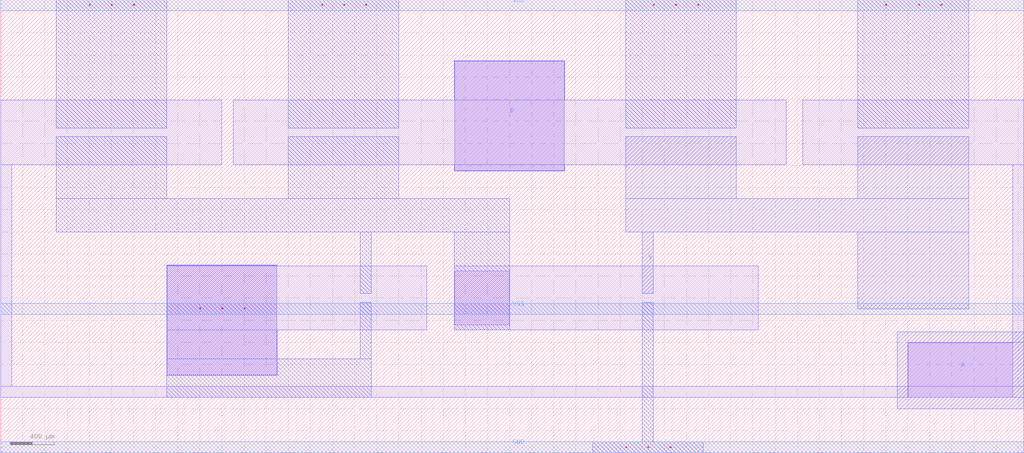
<source format=lef>
VERSION 5.5 ;
NAMESCASESENSITIVE ON ;
BUSBITCHARS "_<>" ;
DIVIDERCHAR "/" ;

MACRO NAND2X1
  CLASS CORE ;
  SOURCE USER ;
  FOREIGN NAND2X1 0 0 ;
  ORIGIN 0 0 ;
  SIZE 9250 BY 4100 ;
  SYMMETRY X Y R90 ;
  SITE unit ;

  PIN A
    DIRECTION INPUT ;
    USE SIGNAL ;
    PORT
      LAYER CO ;
        RECT 8205 500 9150 995 ;
    END
    PORT
      LAYER M1 ;
        RECT 8105 400 9250 1095 ;
    END
  END A

  PIN B
    DIRECTION INPUT ;
    USE SIGNAL ;
    PORT
      LAYER CO ;
        RECT 4105 2555 5095 3545 ;
    END
    PORT
      LAYER M1 ;
        RECT 4105 2555 5095 3545 ;
    END
  END B

  PIN Y
    DIRECTION OUTPUT ;
    USE SIGNAL ;
    PORT
      LAYER M1 ;
        RECT 7750 1300 8750 2000 ;
        RECT 7750 2300 8750 2860 ;
        RECT 5650 2300 6650 2860 ;
        RECT 5650 2000 8750 2300 ;
        RECT 5800 1440 5900 2000 ;
    END
  END Y

  PIN VDD
    DIRECTION INOUT ;
    USE POWER ;
    PORT
      LAYER M2 ;
        RECT 0 4000 9250 4100 ;
    END
  END VDD

  PIN GND
    DIRECTION INOUT ;
    USE GROUND ;
    PORT
      LAYER M2 ;
        RECT 0 0 9250 100 ;
    END
  END GND

  PIN VSS
    DIRECTION INOUT ;
    USE POWER ;
    PORT
      LAYER M2 ;
        RECT 0 1250 9250 1350 ;
    END
  END VSS

  OBS
    LAYER M1 ;
      RECT 500 2300 1500 2860 ;
      RECT 500 2000 4600 2300 ;
      RECT 2600 2300 3600 2860 ;
      RECT 4100 1110 4600 2000 ;
      RECT 3250 1440 3350 2000 ;
      RECT 1500 500 3350 850 ;
        RECT 1505 850 2495 1695 ;
        RECT 3250 850 3350 1360 ;
        RECT 500 2940 1500 4100 ;
        RECT 2600 2940 3600 4100 ;
        RECT 5650 2940 6650 4100 ;
        RECT 7750 2940 8750 4100 ;
        RECT 5350 0 6350 100 ;
        RECT 5800 100 5900 1360 ;
    LAYER GA ;
      RECT 4100 1110 6850 1690 ;
      RECT 1500 1690 2500 1700 ;
      RECT 1500 1110 3850 1690 ;
      RECT 1500 700 2500 1110 ;
      RECT 7250 2610 9250 3190 ;
      RECT 9150 1000 9250 2610 ;
      RECT 8200 500 9250 1000 ;
      RECT 0 600 100 2610 ;
      RECT 0 2610 2000 3190 ;
      RECT 0 500 9250 600 ;
      RECT 2100 2610 7100 3190 ;
      RECT 4100 3190 5100 3550 ;
      RECT 4100 2550 5100 2610 ;
    LAYER CO ;
        RECT 1505 705 2495 1695 ;
      RECT 4105 1155 4595 1645 ;
    LAYER Via ;
        RECT 1800 1300 1810 1310 ;
        RECT 2000 1300 2010 1310 ;
        RECT 2200 1300 2210 1310 ;
        RECT 800 4050 810 4060 ;
        RECT 1000 4050 1010 4060 ;
        RECT 1200 4050 1210 4060 ;
        RECT 2900 4050 2910 4060 ;
        RECT 3100 4050 3110 4060 ;
        RECT 3300 4050 3310 4060 ;
        RECT 5900 4050 5910 4060 ;
        RECT 6100 4050 6110 4060 ;
        RECT 6300 4050 6310 4060 ;
        RECT 8000 4050 8010 4060 ;
        RECT 8300 4050 8310 4060 ;
        RECT 8500 4050 8510 4060 ;
        RECT 5650 45 5660 55 ;
        RECT 5850 45 5860 55 ;
        RECT 6050 45 6060 55 ;
  END
END NAND2X1

MACRO NOR2X1
  CLASS CORE ;
  SOURCE USER ;
  FOREIGN NOR2X1 0 0 ;
  ORIGIN 0 0 ;
  SIZE 9250 BY 4100 ;
  SYMMETRY X Y R90 ;
  SITE unit ;

  PIN A
    DIRECTION INPUT ;
    USE SIGNAL ;
    PORT
      LAYER CO ;
        RECT 8205 500 9150 995 ;
    END
    PORT
      LAYER M1 ;
        RECT 8105 400 9250 1095 ;
    END
  END A

  PIN B
    DIRECTION INPUT ;
    USE SIGNAL ;
    PORT
      LAYER CO ;
        RECT 4105 2555 5095 3545 ;
    END
    PORT
      LAYER M1 ;
        RECT 4105 2555 5095 3545 ;
    END
  END B

  PIN Y
    DIRECTION OUTPUT ;
    USE SIGNAL ;
    PORT
      LAYER M1 ;
        RECT 7750 1300 8750 2000 ;
        RECT 7750 2300 8750 2860 ;
        RECT 5650 2300 6650 2860 ;
        RECT 5650 2000 8750 2300 ;
        RECT 5800 1440 5900 2000 ;
    END
  END Y

  PIN VDD
    DIRECTION INOUT ;
    USE POWER ;
    PORT
      LAYER M2 ;
        RECT 0 4000 9250 4100 ;
    END
  END VDD

  PIN GND
    DIRECTION INOUT ;
    USE GROUND ;
    PORT
      LAYER M2 ;
        RECT 0 0 9250 100 ;
    END
  END GND

  PIN VSS
    DIRECTION INOUT ;
    USE POWER ;
    PORT
      LAYER M2 ;
        RECT 0 1250 9250 1350 ;
    END
  END VSS

  OBS
    LAYER M1 ;
      RECT 500 2300 1500 2860 ;
      RECT 500 2000 4600 2300 ;
      RECT 2600 2300 3600 2860 ;
      RECT 4100 1110 4600 2000 ;
      RECT 3250 1440 3350 2000 ;
      RECT 1500 500 3350 850 ;
        RECT 1505 850 2495 1695 ;
        RECT 3250 850 3350 1360 ;
      RECT 500 2940 1500 4100 ;
        RECT 2600 2940 3600 4100 ;
        RECT 5650 2940 6650 4100 ;
        RECT 7750 2940 8750 4100 ;
        RECT 5350 0 6350 100 ;
        RECT 5800 100 5900 1360 ;
    LAYER GA ;
      RECT 4100 1110 6850 1690 ;
      RECT 1500 1690 2500 1700 ;
      RECT 1500 1110 3850 1690 ;
      RECT 1500 700 2500 1110 ;
      RECT 7250 2610 9250 3190 ;
      RECT 9150 1000 9250 2610 ;
      RECT 8200 500 9250 1000 ;
      RECT 0 600 100 2610 ;
      RECT 0 2610 2000 3190 ;
      RECT 0 500 9250 600 ;
      RECT 2100 2610 7100 3190 ;
      RECT 4100 3190 5100 3550 ;
      RECT 4100 2550 5100 2610 ;
    LAYER CO ;
      RECT 1505 705 2495 1695 ;
      RECT 4105 1155 4595 1645 ;
    LAYER Via ;
        RECT 1800 1300 1810 1310 ;
        RECT 2000 1300 2010 1310 ;
        RECT 2200 1300 2210 1310 ;
        RECT 800 4050 810 4060 ;
        RECT 1000 4050 1010 4060 ;
        RECT 1200 4050 1210 4060 ;
        RECT 2900 4050 2910 4060 ;
        RECT 3100 4050 3110 4060 ;
        RECT 3300 4050 3310 4060 ;
        RECT 5900 4050 5910 4060 ;
        RECT 6100 4050 6110 4060 ;
        RECT 6300 4050 6310 4060 ;
        RECT 8000 4050 8010 4060 ;
        RECT 8300 4050 8310 4060 ;
        RECT 8500 4050 8510 4060 ;
        RECT 5650 45 5660 55 ;
        RECT 5850 45 5860 55 ;
        RECT 6050 45 6060 55 ;

  END
END NOR2X1

MACRO INVX1
  CLASS CORE ;
  SOURCE USER ;
  FOREIGN INVX1 0 0 N ;
  ORIGIN 0 0 ;
  SIZE 5250 BY 4100 ;
  SYMMETRY X Y R90 ;
  SITE unit ;

  PIN A
    DIRECTION INPUT ;
    USE SIGNAL ;
    PORT
      LAYER CO ;
        RECT 300 2870 1100 3670 ;
    END
    PORT
      LAYER M1 ;
        RECT 200 2770 1200 3770 ;
    END
  END A

  PIN Y
    DIRECTION OUTPUT ;
    USE SIGNAL ;
    PORT
      LAYER M1 ;
        RECT 2950 1300 4050 1820 ;
        RECT 3650 1820 5200 2200 ;
        RECT 3650 2200 4650 2720 ;
    END
  END Y

  PIN VDD
    DIRECTION INOUT ;
    USE POWER ;
    PORT
      LAYER M2 ;
        RECT 0 4000 5200 4100 ;
    END
  END VDD

  PIN GND
    DIRECTION INOUT ;
    USE GROUND ;
    PORT
      LAYER M2 ;
        RECT 0 0 5200 100 ;
    END
  END GND

  PIN VSS
    DIRECTION INOUT ;
    USE POWER ;
    PORT
      LAYER M2 ;
        RECT 0 1250 5200 1350 ;
    END
  END VSS

  OBS
    LAYER M1 ;
      RECT 1735 1300 1835 1820 ;
      RECT 1735 1820 3000 2250 ;
      RECT 2700 1000 3000 1820 ;
      RECT 1800 2200 2800 2720 ;
      RECT 2700 1035 3290 1620 ;
      RECT 0 470 1000 1560 ;
      RECT 1000 470 1835 700 ;
      RECT 1735 700 1835 1200 ;
      RECT 1800 2820 2800 4100 ;
      RECT 3650 2820 4650 4100 ;
       RECT 3500 0 4500 100 ;
        RECT 3950 100 4050 1020 ;
    LAYER CO ;
        RECT 100 570 900 1460 ;
      RECT 2730 1135 3190 1520 ;
    LAYER Via ;
        RECT 300 1300 310 1310 ;
        RECT 500 1300 510 1310 ;
        RECT 800 1300 810 1310 ;
        RECT 2000 4050 2010 4060 ;
        RECT 2300 4050 2310 4060 ;
        RECT 2600 4050 2610 4060 ;
        RECT 3800 4050 3810 4060 ;
        RECT 4100 4050 4110 4060 ;
        RECT 4400 4050 4410 4060 ;
        RECT 3700 45 3710 55 ;
        RECT 4000 45 4010 55 ;
        RECT 4300 45 4310 55 ;
  END
END INVX1


END LIBRARY

</source>
